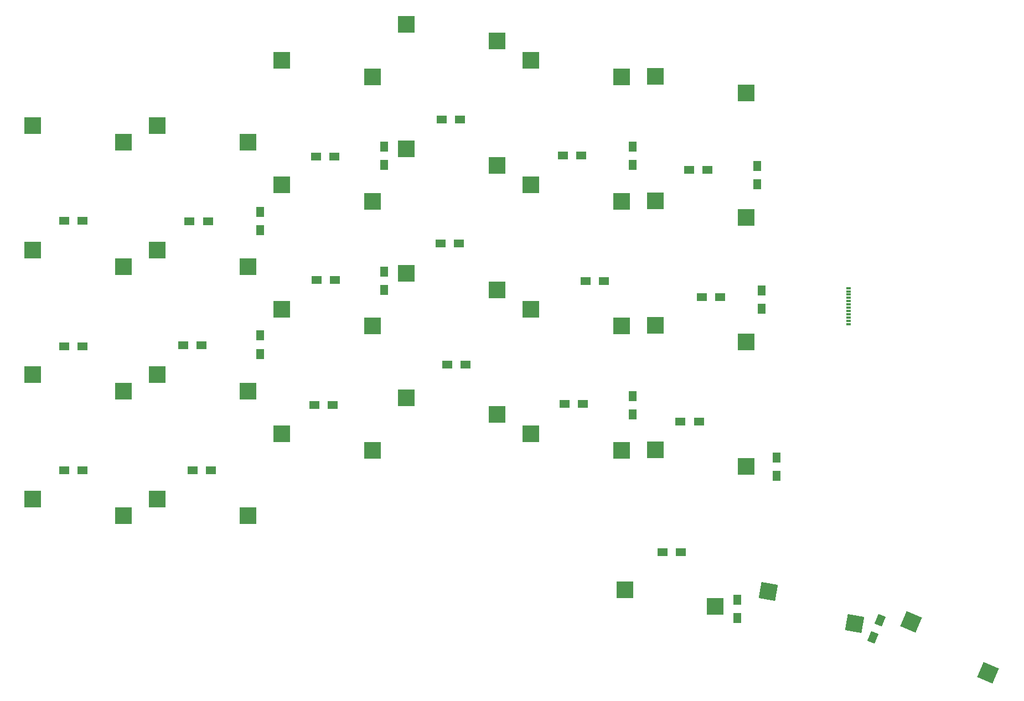
<source format=gtp>
G04 #@! TF.GenerationSoftware,KiCad,Pcbnew,8.0.8*
G04 #@! TF.CreationDate,2025-01-28T12:57:42+10:00*
G04 #@! TF.ProjectId,wetsocks54k,77657473-6f63-46b7-9335-346b2e6b6963,2*
G04 #@! TF.SameCoordinates,Original*
G04 #@! TF.FileFunction,Paste,Top*
G04 #@! TF.FilePolarity,Positive*
%FSLAX46Y46*%
G04 Gerber Fmt 4.6, Leading zero omitted, Abs format (unit mm)*
G04 Created by KiCad (PCBNEW 8.0.8) date 2025-01-28 12:57:42*
%MOMM*%
%LPD*%
G01*
G04 APERTURE LIST*
G04 Aperture macros list*
%AMRotRect*
0 Rectangle, with rotation*
0 The origin of the aperture is its center*
0 $1 length*
0 $2 width*
0 $3 Rotation angle, in degrees counterclockwise*
0 Add horizontal line*
21,1,$1,$2,0,0,$3*%
G04 Aperture macros list end*
%ADD10R,1.600000X1.200000*%
%ADD11R,2.550000X2.500000*%
%ADD12R,1.200000X1.600000*%
%ADD13R,0.700000X0.300000*%
%ADD14RotRect,1.600000X1.200000X67.000000*%
%ADD15RotRect,2.550000X2.500000X350.000000*%
%ADD16RotRect,2.550000X2.500000X337.000000*%
G04 APERTURE END LIST*
D10*
X136008600Y-129035000D03*
X138808600Y-129035000D03*
X102258600Y-62785000D03*
X105058600Y-62785000D03*
D11*
X130245000Y-134785000D03*
X144095000Y-137325000D03*
X77768600Y-53785000D03*
X91618600Y-56325000D03*
D12*
X93458600Y-66965000D03*
X93458600Y-69765000D03*
X74458600Y-76965000D03*
X74458600Y-79765000D03*
D10*
X103058600Y-100365000D03*
X105858600Y-100365000D03*
X63658600Y-78365000D03*
X66458600Y-78365000D03*
D12*
X131458600Y-105135000D03*
X131458600Y-107935000D03*
D11*
X134918600Y-94305000D03*
X148768600Y-96845000D03*
D10*
X82758600Y-106535000D03*
X85558600Y-106535000D03*
D11*
X134918600Y-56205000D03*
X148768600Y-58745000D03*
D10*
X44508600Y-116535000D03*
X47308600Y-116535000D03*
D11*
X115868600Y-110935000D03*
X129718600Y-113475000D03*
X96818600Y-105435000D03*
X110668600Y-107975000D03*
D12*
X93458600Y-86135000D03*
X93458600Y-88935000D03*
D10*
X138758600Y-109035000D03*
X141558600Y-109035000D03*
D12*
X74458600Y-95885000D03*
X74458600Y-98685000D03*
D13*
X164438600Y-94115000D03*
X164438600Y-93615000D03*
X164438600Y-93115000D03*
X164438600Y-92615000D03*
X164438600Y-92115000D03*
X164438600Y-91615000D03*
X164438600Y-91115000D03*
X164438600Y-90615000D03*
X164438600Y-90115000D03*
X164438600Y-89615000D03*
X164438600Y-89115000D03*
X164438600Y-88615000D03*
D10*
X120758600Y-68285000D03*
X123558600Y-68285000D03*
X44508600Y-97535000D03*
X47308600Y-97535000D03*
D11*
X96818600Y-86385000D03*
X110668600Y-88925000D03*
D10*
X142008600Y-90035000D03*
X144808600Y-90035000D03*
D11*
X77768600Y-72835000D03*
X91618600Y-75375000D03*
D10*
X124258600Y-87535000D03*
X127058600Y-87535000D03*
D11*
X39668600Y-120935000D03*
X53518600Y-123475000D03*
X115868600Y-53785000D03*
X129718600Y-56325000D03*
X39668600Y-82835000D03*
X53518600Y-85375000D03*
X134918600Y-113355000D03*
X148768600Y-115895000D03*
D10*
X44508600Y-78285000D03*
X47308600Y-78285000D03*
D11*
X58718600Y-101885000D03*
X72568600Y-104425000D03*
X39668600Y-63785000D03*
X53518600Y-66325000D03*
X77768600Y-91885000D03*
X91618600Y-94425000D03*
X58718601Y-63785000D03*
X72568601Y-66325000D03*
D10*
X83058600Y-87365000D03*
X85858600Y-87365000D03*
D12*
X147408600Y-136285000D03*
X147408600Y-139085000D03*
D14*
X169252648Y-139457586D03*
X168158600Y-142035000D03*
D12*
X150458600Y-69965000D03*
X150458600Y-72765000D03*
D11*
X58718600Y-82835000D03*
X72568600Y-85375000D03*
D15*
X152176732Y-135039930D03*
X165375253Y-139946369D03*
D12*
X151158600Y-88965000D03*
X151158600Y-91765000D03*
D11*
X58718600Y-120935000D03*
X72568600Y-123475000D03*
X96818600Y-67335000D03*
X110668600Y-69875000D03*
X134918600Y-75255000D03*
X148768600Y-77795000D03*
D10*
X102058600Y-81785000D03*
X104858600Y-81785000D03*
D11*
X115868600Y-91885000D03*
X129718600Y-94425000D03*
D16*
X174004940Y-139716845D03*
X185761474Y-147466553D03*
D11*
X77768601Y-110935000D03*
X91618600Y-113475000D03*
X39668600Y-101885000D03*
X53518600Y-104425000D03*
D10*
X140058600Y-70535000D03*
X142858600Y-70535000D03*
D11*
X96818600Y-48285000D03*
X110668600Y-50825000D03*
X115868600Y-72835000D03*
X129718600Y-75375000D03*
D10*
X121058600Y-106365000D03*
X123858600Y-106365000D03*
X62658600Y-97365000D03*
X65458600Y-97365000D03*
X83008600Y-68535000D03*
X85808600Y-68535000D03*
X64133264Y-116535000D03*
X66933264Y-116535000D03*
D12*
X131458600Y-66965000D03*
X131458600Y-69765000D03*
X153458600Y-114565000D03*
X153458600Y-117365000D03*
M02*

</source>
